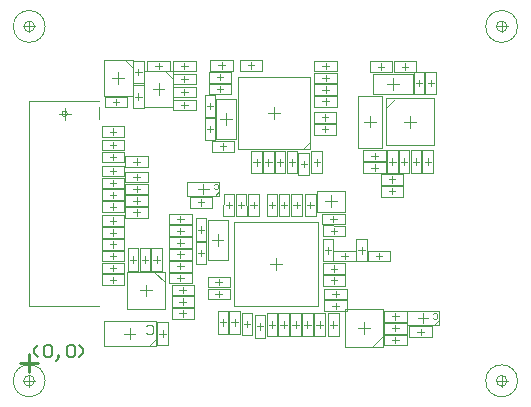
<source format=gbr>
%TF.GenerationSoftware,Altium Limited,Altium Designer,25.2.1 (25)*%
G04 Layer_Color=32768*
%FSLAX45Y45*%
%MOMM*%
%TF.SameCoordinates,B7DAEB1B-2A83-4E2F-BFC4-A44EEF3E448A*%
%TF.FilePolarity,Positive*%
%TF.FileFunction,Other,Mechanical_15*%
%TF.Part,CustomerPanel*%
G01*
G75*
%TA.AperFunction,NonConductor*%
%ADD62C,0.25400*%
%ADD63C,0.20000*%
%ADD141C,0.10000*%
D62*
X999999Y1073796D02*
Y1226196D01*
X923799Y1149996D02*
X1076199D01*
D63*
X1073321Y1203318D02*
X1039998Y1236641D01*
Y1269963D01*
X1073321Y1303286D01*
X1123305Y1286625D02*
X1139966Y1303286D01*
X1173289D01*
X1189950Y1286625D01*
Y1219980D01*
X1173289Y1203318D01*
X1139966D01*
X1123305Y1219980D01*
Y1286625D01*
X1239934Y1186657D02*
X1256595Y1203318D01*
Y1219980D01*
X1239934D01*
Y1203318D01*
X1256595D01*
X1239934Y1186657D01*
X1223273Y1169996D01*
X1323240Y1286625D02*
X1339902Y1303286D01*
X1373224D01*
X1389885Y1286625D01*
Y1219980D01*
X1373224Y1203318D01*
X1339902D01*
X1323240Y1219980D01*
Y1286625D01*
X1423208Y1203318D02*
X1456531Y1236641D01*
Y1269963D01*
X1423208Y1303286D01*
D141*
X1135000Y1000000D02*
G03*
X1135000Y1000000I-135000J0D01*
G01*
X1045000D02*
G03*
X1045000Y1000000I-45000J0D01*
G01*
X5134998Y4000000D02*
G03*
X5134998Y4000000I-135000J0D01*
G01*
X5044999D02*
G03*
X5044999Y4000000I-45000J0D01*
G01*
X1135000D02*
G03*
X1135000Y4000000I-135000J0D01*
G01*
X1045000D02*
G03*
X1045000Y4000000I-45000J0D01*
G01*
X5134998Y1000000D02*
G03*
X5134998Y1000000I-135000J0D01*
G01*
X5044999D02*
G03*
X5044999Y1000000I-45000J0D01*
G01*
X1000000Y950000D02*
Y1050000D01*
X950000Y1000000D02*
X1050000D01*
X4999998Y3950000D02*
Y4050000D01*
X4949998Y4000000D02*
X5049999D01*
X1000000Y3950000D02*
Y4050000D01*
X950000Y4000000D02*
X1050000D01*
X4999998Y950000D02*
Y1050000D01*
X4949998Y1000000D02*
X5049999D01*
X1322359Y3259996D02*
G03*
X1322359Y3259996I-22361J0D01*
G01*
X3994997Y1289995D02*
Y1379997D01*
X3905000Y1289995D02*
X3994997D01*
X3674998D02*
X3905000D01*
X3994997Y1379997D01*
Y1609994D01*
X3834997Y1399997D02*
Y1499997D01*
X3785000Y1449995D02*
X3885000D01*
X3674998Y1609994D02*
X3994997D01*
X3674998Y1289995D02*
Y1609994D01*
X1634995Y3414993D02*
Y3714993D01*
X1809300D01*
X1634995Y3414993D02*
X1874994D01*
X1809300Y3714993D02*
X1874994Y3649298D01*
Y3414993D02*
Y3649298D01*
X1704997Y3564995D02*
X1804997D01*
X1754995Y3514993D02*
Y3614993D01*
X1874994Y3634993D02*
Y3714993D01*
X1794995D02*
X1874994D01*
X3829999Y2759993D02*
X4020001D01*
Y2849996D01*
X3829999Y2759993D02*
Y2849996D01*
X4020001D01*
X3897497Y2804997D02*
X3952498D01*
X3925000Y2777494D02*
Y2832495D01*
X3829997Y2859997D02*
X4019999D01*
Y2949995D01*
X3829997Y2859997D02*
Y2949995D01*
X4019999D01*
X3897500Y2904996D02*
X3952496D01*
X3924998Y2877498D02*
Y2932494D01*
X3092227Y1939998D02*
Y2039998D01*
X3042225Y1989995D02*
X3142224D01*
X2737226Y1634995D02*
X3447228D01*
X2737226Y2344996D02*
X3447228D01*
Y1634995D02*
Y2344996D01*
X2737226Y1634995D02*
Y2344996D01*
X2184998Y2014994D02*
X2375001D01*
X2184998Y1924996D02*
Y2014994D01*
X2375001Y1924996D02*
Y2014994D01*
X2184998Y1924996D02*
X2375001D01*
X2252496Y1969995D02*
X2307498D01*
X2280000Y1942497D02*
Y1997493D01*
X3097500Y2849999D02*
X3152496D01*
X3124998Y2822495D02*
Y2877497D01*
X3080000Y2754998D02*
Y2944995D01*
Y2754998D02*
X3169997D01*
X3080000Y2944995D02*
X3169997D01*
Y2754998D02*
Y2944995D01*
X2059998Y1924994D02*
X2150001D01*
Y1834997D02*
Y1924994D01*
Y1604995D02*
Y1834997D01*
X2059998Y1924994D02*
X2150001Y1834997D01*
X1829996Y1924994D02*
X2059998D01*
X1939998Y1764995D02*
X2039998D01*
X1990001Y1714997D02*
Y1814997D01*
X1829996Y1604995D02*
Y1924994D01*
Y1604995D02*
X2150001D01*
X2577999Y3044997D02*
X2748001D01*
X2577999Y3384996D02*
X2748001D01*
X2577999Y3044997D02*
Y3384996D01*
X2748001Y3044997D02*
Y3384996D01*
X2662997Y3164997D02*
Y3264997D01*
X2613000Y3214994D02*
X2713000D01*
X3314404Y2962248D02*
X3383598Y3031442D01*
X3074998Y3219997D02*
Y3319996D01*
X3025001Y3269994D02*
X3125001D01*
X2770000Y3574997D02*
X3379997D01*
X2770000Y2964996D02*
X3379997D01*
X2770000D02*
Y3574997D01*
X3379997Y2964996D02*
Y3574997D01*
X1974996Y3319998D02*
Y3619997D01*
X2149306D01*
X1974996Y3319998D02*
X2215001D01*
X2149306Y3619997D02*
X2215001Y3554303D01*
Y3319998D02*
Y3554303D01*
X2044999Y3469995D02*
X2144999D01*
X2094996Y3419997D02*
Y3519997D01*
X2215001Y3539997D02*
Y3619997D01*
X2134996D02*
X2215001D01*
X2519999Y3614994D02*
X2710001D01*
X2519999Y3524996D02*
Y3614994D01*
X2710001Y3524996D02*
Y3614994D01*
X2519999Y3524996D02*
X2710001D01*
X2587496Y3569995D02*
X2642498D01*
X2615000Y3542497D02*
Y3597498D01*
X4099998Y1317496D02*
Y1372496D01*
X4072498Y1344996D02*
X4127498D01*
X4004998Y1389996D02*
X4194998D01*
X4004998Y1299996D02*
Y1389996D01*
X4194998Y1299996D02*
Y1389996D01*
X4004998Y1299996D02*
X4194998D01*
X2052500Y2024998D02*
X2107496D01*
X2079998Y1997495D02*
Y2052496D01*
X2124997Y1929997D02*
Y2119994D01*
X2035000D02*
X2124997D01*
X2035000Y1929997D02*
X2124997D01*
X2035000D02*
Y2119994D01*
X2184999Y2414997D02*
X2375001D01*
X2184999Y2324994D02*
Y2414997D01*
X2375001Y2324994D02*
Y2414997D01*
X2184999Y2324994D02*
X2375001D01*
X2252497Y2369993D02*
X2307498D01*
X2280000Y2342495D02*
Y2397496D01*
Y2042497D02*
Y2097493D01*
X2252497Y2069995D02*
X2307498D01*
X2184999Y2024996D02*
X2375001D01*
Y2114994D01*
X2184999Y2024996D02*
Y2114994D01*
X2375001D01*
X2184999Y2224997D02*
X2375001D01*
Y2314994D01*
X2184999Y2224997D02*
Y2314994D01*
X2375001D01*
X2252497Y2269996D02*
X2307498D01*
X2280000Y2242498D02*
Y2297494D01*
Y2142497D02*
Y2197493D01*
X2252497Y2169995D02*
X2307498D01*
X2184999Y2214994D02*
X2375001D01*
X2184999Y2124997D02*
Y2214994D01*
X2375001Y2124997D02*
Y2214994D01*
X2184999Y2124997D02*
X2375001D01*
X4099998Y1417496D02*
Y1472496D01*
X4072499Y1444996D02*
X4127498D01*
X4004998Y1399996D02*
X4194998D01*
Y1489995D01*
X4004998Y1399996D02*
Y1489995D01*
X4194998D01*
X2889999Y1384995D02*
Y1574997D01*
X2799997D02*
X2889999D01*
X2799997Y1384995D02*
X2889999D01*
X2799997D02*
Y1574997D01*
X2845001Y1452498D02*
Y1507494D01*
X2817498Y1479996D02*
X2872499D01*
X2927498Y1459997D02*
X2982499D01*
X2955001Y1432493D02*
Y1487495D01*
X2909997Y1364995D02*
Y1554998D01*
Y1364995D02*
X3000000D01*
X2909997Y1554998D02*
X3000000D01*
Y1364995D02*
Y1554998D01*
X3227500Y1474994D02*
X3282501D01*
X3254998Y1447496D02*
Y1502497D01*
X3209999Y1379998D02*
Y1569995D01*
Y1379998D02*
X3299996D01*
X3209999Y1569995D02*
X3299996D01*
Y1379998D02*
Y1569995D01*
X3199999Y1379997D02*
Y1569994D01*
X3109997D02*
X3199999D01*
X3109997Y1379997D02*
X3199999D01*
X3109997D02*
Y1569994D01*
X3155001Y1447495D02*
Y1502496D01*
X3127498Y1474998D02*
X3182499D01*
X4314997Y1387497D02*
Y1442498D01*
X4287499Y1414995D02*
X4342500D01*
X4220001Y1369996D02*
X4409998D01*
Y1459993D01*
X4220001Y1369996D02*
Y1459993D01*
X4409998D01*
X4099997Y1517497D02*
Y1572493D01*
X4072499Y1544995D02*
X4127501D01*
X4004996Y1589994D02*
X4194998D01*
X4004996Y1499997D02*
Y1589994D01*
X4194998Y1499997D02*
Y1589994D01*
X4004996Y1499997D02*
X4194998D01*
X1615001Y2939996D02*
X1804998D01*
X1615001Y2849993D02*
Y2939996D01*
X1804998Y2849993D02*
Y2939996D01*
X1615001Y2849993D02*
X1804998D01*
X1682499Y2894997D02*
X1737500D01*
X1709997Y2867494D02*
Y2922495D01*
X2609998Y2605570D02*
Y2684996D01*
X2569424Y2564996D02*
X2609998Y2605570D01*
X2340001Y2564996D02*
X2569424D01*
X2474997Y2579998D02*
Y2669995D01*
X2429998Y2624996D02*
X2520001D01*
X2340001Y2684996D02*
X2609998D01*
X2340001Y2564996D02*
Y2684996D01*
X2609998Y2564996D02*
Y2644996D01*
X2529998Y2564996D02*
X2609998D01*
X1614999Y3039996D02*
X1805001D01*
X1614999Y2949994D02*
Y3039996D01*
X1805001Y2949994D02*
Y3039996D01*
X1614999Y2949994D02*
X1805001D01*
X1682497Y2994998D02*
X1737498D01*
X1710000Y2967495D02*
Y3022496D01*
X2299999Y1742497D02*
Y1797498D01*
X2272496Y1769995D02*
X2327498D01*
X2204998Y1724996D02*
X2395001D01*
Y1814993D01*
X2204998Y1724996D02*
Y1814993D01*
X2395001D01*
X2299997Y1642496D02*
Y1697497D01*
X2272499Y1669994D02*
X2327500D01*
X2205001Y1714993D02*
X2394998D01*
X2205001Y1624996D02*
Y1714993D01*
X2394998Y1624996D02*
Y1714993D01*
X2205001Y1624996D02*
X2394998D01*
X2299998Y1542493D02*
Y1597494D01*
X2272500Y1569996D02*
X2327501D01*
X2204997Y1614995D02*
X2394999D01*
X2204997Y1524997D02*
Y1614995D01*
X2394999Y1524997D02*
Y1614995D01*
X2204997Y1524997D02*
X2394999D01*
X2280000Y1842497D02*
Y1897498D01*
X2252496Y1869995D02*
X2307498D01*
X2184998Y1824996D02*
X2375001D01*
Y1914994D01*
X2184998Y1824996D02*
Y1914994D01*
X2375001D01*
X2604997Y1707493D02*
Y1762495D01*
X2577499Y1734997D02*
X2632500D01*
X2510001Y1779995D02*
X2699998D01*
X2510001Y1689998D02*
Y1779995D01*
X2699998Y1689998D02*
Y1779995D01*
X2510001Y1689998D02*
X2699998D01*
X2612497Y1494996D02*
X2667498D01*
X2640000Y1467498D02*
Y1522494D01*
X2594997Y1399995D02*
Y1589997D01*
Y1399995D02*
X2684999D01*
X2594997Y1589997D02*
X2684999D01*
Y1399995D02*
Y1589997D01*
X2712498Y1494994D02*
X2767499D01*
X2740001Y1467496D02*
Y1522497D01*
X2694997Y1399998D02*
Y1589995D01*
Y1399998D02*
X2785000D01*
X2694997Y1589995D02*
X2785000D01*
Y1399998D02*
Y1589995D01*
X1710000Y2327493D02*
Y2382494D01*
X1682497Y2354996D02*
X1737498D01*
X1614999Y2309997D02*
X1805001D01*
Y2399995D01*
X1614999Y2309997D02*
Y2399995D01*
X1805001D01*
X1710000Y2227494D02*
Y2282495D01*
X1682497Y2254997D02*
X1737498D01*
X1614999Y2209998D02*
X1805001D01*
Y2299995D01*
X1614999Y2209998D02*
Y2299995D01*
X1805001D01*
X1952497Y2024994D02*
X2007498D01*
X1980000Y1997496D02*
Y2052498D01*
X2024999Y1929993D02*
Y2119996D01*
X1934996D02*
X2024999D01*
X1934996Y1929993D02*
X2024999D01*
X1934996D02*
Y2119996D01*
X4147500Y2854994D02*
X4202497D01*
X4174999Y2827496D02*
Y2882497D01*
X4130000Y2759993D02*
Y2949995D01*
Y2759993D02*
X4219997D01*
X4130000Y2949995D02*
X4219997D01*
Y2759993D02*
Y2949995D01*
X4047497Y2854994D02*
X4102499D01*
X4075000Y2827496D02*
Y2882497D01*
X4029997Y2759993D02*
Y2949995D01*
Y2759993D02*
X4119999D01*
X4029997Y2949995D02*
X4119999D01*
Y2759993D02*
Y2949995D01*
X4247500Y2854994D02*
X4302496D01*
X4274998Y2827496D02*
Y2882497D01*
X4319997Y2759993D02*
Y2949995D01*
X4230000D02*
X4319997D01*
X4230000Y2759993D02*
X4319997D01*
X4230000D02*
Y2949995D01*
X1815000Y2469997D02*
X2004998D01*
X1815000Y2379995D02*
Y2469997D01*
X2004998Y2379995D02*
Y2469997D01*
X1815000Y2379995D02*
X2004998D01*
X1882498Y2424994D02*
X1937500D01*
X1909996Y2397496D02*
Y2452497D01*
X1815000Y2669995D02*
X2004998D01*
X1815000Y2579997D02*
Y2669995D01*
X2004998Y2579997D02*
Y2669995D01*
X1815000Y2579997D02*
X2004998D01*
X1882498Y2624996D02*
X1937500D01*
X1909996Y2597498D02*
Y2652494D01*
X1814998Y2769994D02*
X2005001D01*
X1814998Y2679997D02*
Y2769994D01*
X2005001Y2679997D02*
Y2769994D01*
X1814998Y2679997D02*
X2005001D01*
X1882496Y2724996D02*
X1937498D01*
X1909999Y2697498D02*
Y2752494D01*
X1709997Y2547498D02*
Y2602494D01*
X1682499Y2574996D02*
X1737500D01*
X1615001Y2529997D02*
X1804998D01*
Y2619994D01*
X1615001Y2529997D02*
Y2619994D01*
X1804998D01*
X1615001Y2519997D02*
X1804998D01*
X1615001Y2429995D02*
Y2519997D01*
X1804998Y2429995D02*
Y2519997D01*
X1615001Y2429995D02*
X1804998D01*
X1682499Y2474994D02*
X1737500D01*
X1709997Y2447496D02*
Y2502497D01*
X1710000Y2647497D02*
Y2702493D01*
X1682497Y2674995D02*
X1737498D01*
X1614999Y2629997D02*
X1805001D01*
Y2719994D01*
X1614999Y2629997D02*
Y2719994D01*
X1805001D01*
X1709997Y2747497D02*
Y2802498D01*
X1682499Y2774995D02*
X1737500D01*
X1615001Y2729996D02*
X1804998D01*
Y2819994D01*
X1615001Y2729996D02*
Y2819994D01*
X1804998D01*
X1814998Y2569998D02*
X2005000D01*
X1814998Y2479996D02*
Y2569998D01*
X2005000Y2479996D02*
Y2569998D01*
X1814998Y2479996D02*
X2005000D01*
X1882501Y2524994D02*
X1937497D01*
X1909999Y2497496D02*
Y2552497D01*
X4347498Y2854994D02*
X4402499D01*
X4374996Y2827496D02*
Y2882497D01*
X4329998Y2759993D02*
Y2949995D01*
Y2759993D02*
X4420000D01*
X4329998Y2949995D02*
X4420000D01*
Y2759993D02*
Y2949995D01*
X4069997Y2577495D02*
Y2632496D01*
X4042499Y2604998D02*
X4097500D01*
X3975001Y2559994D02*
X4164998D01*
Y2649997D01*
X3975001Y2559994D02*
Y2649997D01*
X4164998D01*
X4069997Y2677495D02*
Y2732496D01*
X4042499Y2704998D02*
X4097500D01*
X3975001Y2749997D02*
X4164998D01*
X3975001Y2659994D02*
Y2749997D01*
X4164998Y2659994D02*
Y2749997D01*
X3975001Y2659994D02*
X4164998D01*
X1909996Y2827495D02*
Y2882496D01*
X1882498Y2854993D02*
X1937500D01*
X1815000Y2809994D02*
X2004998D01*
Y2899997D01*
X1815000Y2809994D02*
Y2899997D01*
X2004998D01*
X2614997Y3442494D02*
Y3497495D01*
X2587499Y3469997D02*
X2642500D01*
X2520001Y3424993D02*
X2709998D01*
Y3514996D01*
X2520001Y3424993D02*
Y3514996D01*
X2709998D01*
X2629999Y3642495D02*
Y3697496D01*
X2602501Y3669998D02*
X2657497D01*
X2534998Y3624994D02*
X2725000D01*
Y3714996D01*
X2534998Y3624994D02*
Y3714996D01*
X2725000D01*
X1709997Y3082493D02*
Y3137494D01*
X1682499Y3109996D02*
X1737500D01*
X1615001Y3064998D02*
X1804998D01*
Y3154995D01*
X1615001Y3064998D02*
Y3154995D01*
X1804998D01*
X3509998Y3337494D02*
Y3392495D01*
X3482500Y3364997D02*
X3537501D01*
X3414996Y3409996D02*
X3604999D01*
X3414996Y3319998D02*
Y3409996D01*
X3604999Y3319998D02*
Y3409996D01*
X3414996Y3319998D02*
X3604999D01*
X3547500Y1474997D02*
X3602501D01*
X3574998Y1447493D02*
Y1502495D01*
X3529999Y1379995D02*
Y1569998D01*
Y1379995D02*
X3619996D01*
X3529999Y1569998D02*
X3619996D01*
Y1379995D02*
Y1569998D01*
X3399997Y1379996D02*
Y1569993D01*
X3309999D02*
X3399997D01*
X3309999Y1379996D02*
X3399997D01*
X3309999D02*
Y1569993D01*
X3354998Y1447494D02*
Y1502495D01*
X3327500Y1474997D02*
X3382496D01*
X1709999Y2027493D02*
Y2082494D01*
X1682501Y2054996D02*
X1737497D01*
X1614998Y2009998D02*
X1805000D01*
Y2099995D01*
X1614998Y2009998D02*
Y2099995D01*
X1805000D01*
X1710001Y2127493D02*
Y2182494D01*
X1682498Y2154996D02*
X1737499D01*
X1615000Y2109998D02*
X1804997D01*
Y2199995D01*
X1615000Y2109998D02*
Y2199995D01*
X1804997D01*
X3594996Y1607498D02*
Y1662499D01*
X3567498Y1634996D02*
X3622499D01*
X3499995Y1679994D02*
X3689997D01*
X3499995Y1589997D02*
Y1679994D01*
X3689997Y1589997D02*
Y1679994D01*
X3499995Y1589997D02*
X3689997D01*
X3594996Y1707493D02*
Y1762494D01*
X3567498Y1734996D02*
X3622499D01*
X3499995Y1779994D02*
X3689997D01*
X3499995Y1689992D02*
Y1779994D01*
X3689997Y1689992D02*
Y1779994D01*
X3499995Y1689992D02*
X3689997D01*
X2839937Y2584997D02*
X2840181Y2394995D01*
X2749904D02*
X2750361Y2584997D01*
X2794999Y2462498D02*
Y2517494D01*
X2767501Y2489996D02*
X2822497D01*
X2750361Y2584997D02*
X2839937D01*
X2749904Y2394995D02*
X2840181D01*
X3027500Y2489994D02*
X3082501D01*
X3054998Y2462496D02*
Y2517497D01*
X3099996Y2394998D02*
Y2584995D01*
X3009999D02*
X3099996D01*
X3009999Y2394998D02*
X3099996D01*
X3009999D02*
Y2584995D01*
X3309934Y2584995D02*
X3310178Y2394993D01*
X3219902D02*
X3220364Y2584995D01*
X3264997Y2462496D02*
Y2517497D01*
X3237499Y2489994D02*
X3292500D01*
X3220364Y2584995D02*
X3309934D01*
X3219902Y2394993D02*
X3310178D01*
X3554998Y2469994D02*
Y2569998D01*
X3505001Y2519996D02*
X3605001D01*
X3439997Y2429994D02*
X3669999D01*
X3439997Y2609998D02*
X3669999D01*
Y2429994D02*
Y2609998D01*
X3439997Y2429994D02*
Y2609998D01*
X3579998Y1822496D02*
Y1877498D01*
X3552500Y1849995D02*
X3607501D01*
X3484997Y1804996D02*
X3674999D01*
Y1894993D01*
X3484997Y1804996D02*
Y1894993D01*
X3674999D01*
X3484997Y2224817D02*
X3674999Y2225061D01*
X3484997Y2315094D02*
X3674999Y2314632D01*
X3552500Y2269994D02*
X3607496D01*
X3579998Y2242496D02*
Y2297497D01*
X3674999Y2225061D02*
Y2314632D01*
X3484997Y2224817D02*
Y2315094D01*
X3479997Y2324817D02*
X3669999Y2325061D01*
X3479997Y2415094D02*
X3669999Y2414631D01*
X3547500Y2369993D02*
X3602496D01*
X3574998Y2342495D02*
Y2397497D01*
X3669999Y2325061D02*
Y2414631D01*
X3479997Y2324817D02*
Y2415094D01*
X3484997Y1904818D02*
X3674999Y1905062D01*
X3484997Y1995095D02*
X3674999Y1994632D01*
X3552500Y1949994D02*
X3607496D01*
X3579998Y1922496D02*
Y1977497D01*
X3674999Y1905062D02*
Y1994632D01*
X3484997Y1904818D02*
Y1995095D01*
X3574997Y2099932D02*
X3764999Y2100176D01*
X3574997Y2010361D02*
X3764999Y2009899D01*
X3642500Y2054994D02*
X3697501D01*
X3669998Y2027496D02*
Y2082497D01*
X3574997Y2010361D02*
Y2099932D01*
X3764999Y2009899D02*
Y2100176D01*
X4054998Y2009899D02*
Y2100176D01*
X3864996Y2010361D02*
Y2099932D01*
X3959997Y2027496D02*
Y2082497D01*
X3932499Y2054994D02*
X3987500D01*
X3864996Y2010361D02*
X4054998Y2009899D01*
X3864996Y2099932D02*
X4054998Y2100176D01*
X3859933Y2199998D02*
X3860177Y2009995D01*
X3769900D02*
X3770362Y2199998D01*
X3815000Y2077493D02*
Y2132495D01*
X3787497Y2104997D02*
X3842498D01*
X3770362Y2199998D02*
X3859933D01*
X3769900Y2009995D02*
X3860177D01*
X3574933Y2199998D02*
X3575177Y2009996D01*
X3484900D02*
X3485363Y2199998D01*
X3530001Y2077494D02*
Y2132495D01*
X3502497Y2104997D02*
X3557499D01*
X3485363Y2199998D02*
X3574933D01*
X3484900Y2009996D02*
X3575177D01*
X2510000Y1879931D02*
X2699997Y1880175D01*
X2510000Y1790360D02*
X2699997Y1789898D01*
X2577498Y1834998D02*
X2632499D01*
X2605001Y1807495D02*
Y1862496D01*
X2510000Y1790360D02*
Y1879931D01*
X2699997Y1789898D02*
Y1880175D01*
X2409820Y2174998D02*
X2410064Y1984996D01*
X2499634D02*
X2500097Y2174998D01*
X2454996Y2052494D02*
Y2107495D01*
X2427498Y2079997D02*
X2482499D01*
X2410064Y1984996D02*
X2499634D01*
X2409820Y2174998D02*
X2500097D01*
X2509998Y2019998D02*
X2680000D01*
X2509998Y2359997D02*
X2680000D01*
X2509998Y2019998D02*
Y2359997D01*
X2680000Y2019998D02*
Y2359997D01*
X2594996Y2139997D02*
Y2239997D01*
X2544999Y2189995D02*
X2644999D01*
X2499934Y2374998D02*
X2500178Y2184996D01*
X2409901D02*
X2410363Y2374998D01*
X2454996Y2252494D02*
Y2307495D01*
X2427498Y2279997D02*
X2482499D01*
X2410363Y2374998D02*
X2499934D01*
X2409901Y2184996D02*
X2500178D01*
X2944933Y2584995D02*
X2945177Y2394998D01*
X2854900D02*
X2855362Y2584995D01*
X2900000Y2462496D02*
Y2517497D01*
X2872497Y2489994D02*
X2927498D01*
X2855362Y2584995D02*
X2944933D01*
X2854900Y2394998D02*
X2945177D01*
X3009817Y1569994D02*
X3010061Y1379992D01*
X3099631D02*
X3100094Y1569994D01*
X3054998Y1447495D02*
Y1502496D01*
X3027495Y1474993D02*
X3082497D01*
X3010061Y1379992D02*
X3099631D01*
X3009817Y1569994D02*
X3100094D01*
X3414820Y1569993D02*
X3415064Y1379996D01*
X3504634D02*
X3505096Y1569993D01*
X3460001Y1447494D02*
Y1502495D01*
X3432498Y1474997D02*
X3487499D01*
X3415064Y1379996D02*
X3504634D01*
X3414820Y1569993D02*
X3505096D01*
X3203470Y2584995D02*
X3203714Y2394993D01*
X3113437D02*
X3113899Y2584995D01*
X3158532Y2462496D02*
Y2517497D01*
X3131034Y2489994D02*
X3186035D01*
X3113899Y2584995D02*
X3203470D01*
X3113437Y2394993D02*
X3203714D01*
X3424932Y2584994D02*
X3425176Y2394997D01*
X3334904D02*
X3335361Y2584994D01*
X3379999Y2462495D02*
Y2517496D01*
X3352496Y2489993D02*
X3407497D01*
X3335361Y2584994D02*
X3424932D01*
X3334904Y2394997D02*
X3425176D01*
X2734934Y2584995D02*
X2735177Y2394998D01*
X2644901D02*
X2645363Y2584995D01*
X2690001Y2462496D02*
Y2517497D01*
X2662498Y2489994D02*
X2717499D01*
X2645363Y2584995D02*
X2734934D01*
X2644901Y2394998D02*
X2735177D01*
X1630001Y1294995D02*
Y1504997D01*
X2070000D01*
X1799998Y1399993D02*
X1899997D01*
X1850000Y1349996D02*
Y1449996D01*
X1630001Y1294995D02*
X2014541D01*
X2070000Y1350453D01*
Y1504997D01*
Y1294995D02*
Y1374995D01*
X1990000Y1294995D02*
X2070000D01*
X4025000Y2991996D02*
Y3391995D01*
X4424999Y2991996D02*
Y3391995D01*
X4025000D02*
X4424999D01*
X4025000Y2991996D02*
X4424999D01*
X4174997Y3191995D02*
X4274997D01*
X4224999Y3141993D02*
Y3241998D01*
X4025000Y3311426D02*
X4100565Y3386996D01*
X4084998Y3704933D02*
X4275000Y3705177D01*
X4084998Y3615358D02*
X4275000Y3614900D01*
X4152501Y3659995D02*
X4207497D01*
X4179999Y3632497D02*
Y3687494D01*
X4084998Y3615358D02*
Y3704933D01*
X4275000Y3614900D02*
Y3705177D01*
X4249997Y3426996D02*
Y3596993D01*
X3909997Y3426996D02*
Y3596993D01*
Y3426996D02*
X4249997D01*
X3909997Y3596993D02*
X4249997D01*
X4029997Y3511995D02*
X4129997D01*
X4079999Y3461997D02*
Y3561997D01*
X3884999Y3614814D02*
X4075001Y3615058D01*
X3884999Y3705091D02*
X4075001Y3704633D01*
X3952497Y3659995D02*
X4007498D01*
X3980000Y3632497D02*
Y3687494D01*
X4075001Y3615058D02*
Y3704633D01*
X3884999Y3614814D02*
Y3705091D01*
X4444936Y3616993D02*
X4445180Y3426996D01*
X4354904D02*
X4355361Y3616993D01*
X4399999Y3494494D02*
Y3549495D01*
X4372501Y3521997D02*
X4427497D01*
X4355361Y3616993D02*
X4444936D01*
X4354904Y3426996D02*
X4445180D01*
X4344937Y3616993D02*
X4345181Y3426996D01*
X4254904D02*
X4255361Y3616993D01*
X4299999Y3494494D02*
Y3549495D01*
X4272501Y3521997D02*
X4327497D01*
X4255361Y3616993D02*
X4344937D01*
X4254904Y3426996D02*
X4345181D01*
X3834997Y3194996D02*
X3934997D01*
X3885000Y3144994D02*
Y3244994D01*
X3780001Y2974997D02*
Y3414996D01*
X3989998Y2974997D02*
Y3414996D01*
X3780001Y2974997D02*
X3989998D01*
X3780001Y3414996D02*
X3989998D01*
X1879820Y3709993D02*
X1970097D01*
X1880064Y3519996D02*
X1969634D01*
X1897498Y3614997D02*
X1952500D01*
X1924996Y3587494D02*
Y3642495D01*
X1969634Y3519996D02*
X1970097Y3709993D01*
X1879820D02*
X1880064Y3519996D01*
X1639999Y3404994D02*
X1830001D01*
X1639999Y3314996D02*
Y3404994D01*
X1830001Y3314996D02*
Y3404994D01*
X1639999Y3314996D02*
X1830001D01*
X1707497Y3359995D02*
X1762498D01*
X1735000Y3332497D02*
Y3387493D01*
X2219997Y3709993D02*
X2409999D01*
X2219997Y3619996D02*
Y3709993D01*
X2409999Y3619996D02*
Y3709993D01*
X2219997Y3619996D02*
X2409999D01*
X2287500Y3664994D02*
X2342496D01*
X2314998Y3637496D02*
Y3692498D01*
X2000000Y3619993D02*
X2189997D01*
Y3709996D01*
X2000000Y3619993D02*
Y3709996D01*
X2189997D01*
X2067498Y3664997D02*
X2122499D01*
X2094996Y3637494D02*
Y3692495D01*
X2219997Y3509993D02*
X2409999D01*
Y3599996D01*
X2219997Y3509993D02*
Y3599996D01*
X2409999D01*
X2287500Y3554997D02*
X2342496D01*
X2314998Y3527494D02*
Y3582495D01*
X2219999Y3289817D02*
Y3380094D01*
X2409996Y3290061D02*
Y3379631D01*
X2315000Y3307495D02*
Y3362496D01*
X2287497Y3334993D02*
X2342498D01*
X2219999Y3380094D02*
X2409996Y3379631D01*
X2219999Y3289817D02*
X2409996Y3290061D01*
X1879901Y3309994D02*
X1970178D01*
X1880364Y3499996D02*
X1969934D01*
X1897498Y3404995D02*
X1952500D01*
X1924996Y3377497D02*
Y3432493D01*
X1879901Y3309994D02*
X1880364Y3499996D01*
X1969934D02*
X1970178Y3309994D01*
X2219997Y3489994D02*
X2409999D01*
X2219997Y3399996D02*
Y3489994D01*
X2409999Y3399996D02*
Y3489994D01*
X2219997Y3399996D02*
X2409999D01*
X2287500Y3444995D02*
X2342496D01*
X2314998Y3417497D02*
Y3472498D01*
X3408000Y3084998D02*
X3598002D01*
Y3174995D01*
X3408000Y3084998D02*
Y3174995D01*
X3598002D01*
X3475497Y3129997D02*
X3530499D01*
X3503001Y3102494D02*
Y3157495D01*
X2735001Y2939899D02*
Y3030176D01*
X2544998Y2940361D02*
Y3029932D01*
X2640000Y2957496D02*
Y3012497D01*
X2612496Y2984994D02*
X2667498D01*
X2544998Y2940361D02*
X2735001Y2939899D01*
X2544998Y3029932D02*
X2735001Y3030176D01*
X2980000Y2754998D02*
Y2944995D01*
Y2754998D02*
X3069997D01*
X2980000Y2944995D02*
X3069997D01*
Y2754998D02*
Y2944995D01*
X3024998Y2822495D02*
Y2877497D01*
X2997500Y2849999D02*
X3052496D01*
X2880000Y2754998D02*
Y2944995D01*
Y2754998D02*
X2969997D01*
X2880000Y2944995D02*
X2969997D01*
Y2754998D02*
Y2944995D01*
X2924998Y2822495D02*
Y2877497D01*
X2897500Y2849999D02*
X2952497D01*
X1614997Y1899993D02*
X1804999D01*
X1614997Y1809996D02*
Y1899993D01*
X1804999Y1809996D02*
Y1899993D01*
X1614997Y1809996D02*
X1804999D01*
X1682500Y1854995D02*
X1737501D01*
X1709998Y1827497D02*
Y1882498D01*
X1614997Y1909818D02*
X1804999Y1910062D01*
X1614997Y2000090D02*
X1804999Y1999633D01*
X1682500Y1954995D02*
X1737501D01*
X1709998Y1927497D02*
Y1982498D01*
X1804999Y1910062D02*
Y1999633D01*
X1614997Y1909818D02*
Y2000090D01*
X3280000Y2739996D02*
Y2929993D01*
Y2739996D02*
X3369997D01*
X3280000Y2929993D02*
X3369997D01*
Y2739996D02*
Y2929993D01*
X3324998Y2807494D02*
Y2862495D01*
X3297500Y2834997D02*
X3352496D01*
X3180000Y2754997D02*
Y2944994D01*
Y2754997D02*
X3269997D01*
X3180000Y2944994D02*
X3269997D01*
Y2754997D02*
Y2944994D01*
X3224998Y2822494D02*
Y2877496D01*
X3197500Y2849998D02*
X3252496D01*
X1924997Y1929995D02*
Y2119997D01*
X1835000D02*
X1924997D01*
X1835000Y1929995D02*
X1924997D01*
X1835000D02*
Y2119997D01*
X1879999Y1997498D02*
Y2052494D01*
X1852501Y2024996D02*
X1907497D01*
X4469998Y1510401D02*
Y1589995D01*
X4429591Y1469995D02*
X4469998Y1510401D01*
X4200001Y1469995D02*
X4429591D01*
X4200001D02*
Y1589995D01*
X4469998D01*
X4289998Y1529995D02*
X4380000D01*
X4334997Y1484996D02*
Y1574994D01*
X4469998Y1469995D02*
Y1549995D01*
X4389998Y1469995D02*
X4469998D01*
X2360001Y2554995D02*
X2549998D01*
X2360001Y2464997D02*
Y2554995D01*
X2549998Y2464997D02*
Y2554995D01*
X2360001Y2464997D02*
X2549998D01*
X2427499Y2509996D02*
X2482500D01*
X2454997Y2482498D02*
Y2537494D01*
X3390000Y2754998D02*
Y2944995D01*
Y2754998D02*
X3479997D01*
X3390000Y2944995D02*
X3479997D01*
Y2754998D02*
Y2944995D01*
X3434998Y2822495D02*
Y2877497D01*
X3407500Y2849994D02*
X3462502D01*
X2784997Y3624816D02*
Y3715093D01*
X2975000Y3625060D02*
Y3714631D01*
X2879999Y3642495D02*
Y3697496D01*
X2852501Y3669998D02*
X2907497D01*
X2784997Y3715093D02*
X2975000Y3714631D01*
X2784997Y3624816D02*
X2975000Y3625060D01*
X3408000Y3274995D02*
X3598002D01*
X3408000Y3184998D02*
Y3274995D01*
X3598002Y3184998D02*
Y3274995D01*
X3408000Y3184998D02*
X3598002D01*
X3475497Y3229997D02*
X3530499D01*
X3503001Y3202493D02*
Y3257495D01*
X3414997Y3619998D02*
X3604999D01*
Y3709996D01*
X3414997Y3619998D02*
Y3709996D01*
X3604999D01*
X3482500Y3664997D02*
X3537496D01*
X3509998Y3637494D02*
Y3692495D01*
X2084821Y1494993D02*
X2175093D01*
X2085065Y1304996D02*
X2174636D01*
X2102500Y1399997D02*
X2157501D01*
X2129998Y1372494D02*
Y1427495D01*
X2174636Y1304996D02*
X2175093Y1494993D01*
X2084821D02*
X2085065Y1304996D01*
X3415000Y3419816D02*
Y3510093D01*
X3604997Y3420060D02*
Y3509631D01*
X3510001Y3437495D02*
Y3492496D01*
X3482497Y3464998D02*
X3537499D01*
X3415000Y3510093D02*
X3604997Y3509631D01*
X3415000Y3419816D02*
X3604997Y3420060D01*
X2484822Y3224994D02*
X2575099D01*
X2485066Y3034997D02*
X2574636D01*
X2502500Y3129998D02*
X2557502D01*
X2529998Y3102495D02*
Y3157496D01*
X2574636Y3034997D02*
X2575099Y3224994D01*
X2484822D02*
X2485066Y3034997D01*
X2484903Y3229992D02*
X2575180D01*
X2485361Y3419994D02*
X2574936D01*
X2502500Y3324993D02*
X2557502D01*
X2529998Y3297495D02*
Y3352491D01*
X2484903Y3229992D02*
X2485361Y3419994D01*
X2574936D02*
X2575180Y3229992D01*
X3414997Y3519993D02*
X3604999D01*
Y3609996D01*
X3414997Y3519993D02*
Y3609996D01*
X3604999D01*
X3482500Y3564997D02*
X3537496D01*
X3509998Y3537494D02*
Y3592495D01*
X1250001Y3259994D02*
X1350000D01*
X1299998Y3209997D02*
Y3309996D01*
X996996Y3369996D02*
X1591996D01*
X996996Y1629995D02*
X1591996D01*
X1590000Y3214995D02*
Y3314995D01*
X996996Y1629995D02*
Y3369996D01*
X2561676Y2628342D02*
X2570007Y2620012D01*
X2586668D01*
X2594999Y2628342D01*
Y2661665D01*
X2586668Y2669996D01*
X2570007D01*
X2561676Y2661665D01*
X1991682Y1408351D02*
X2005010Y1395022D01*
X2031669D01*
X2044998Y1408351D01*
Y1461667D01*
X2031669Y1474996D01*
X2005010D01*
X1991682Y1461667D01*
X4421675Y1533343D02*
X4430006Y1525013D01*
X4446667D01*
X4454997Y1533343D01*
Y1566666D01*
X4446667Y1574997D01*
X4430006D01*
X4421675Y1566666D01*
%TF.MD5,a5f8124a381755d2899b03b962bd1a18*%
M02*

</source>
